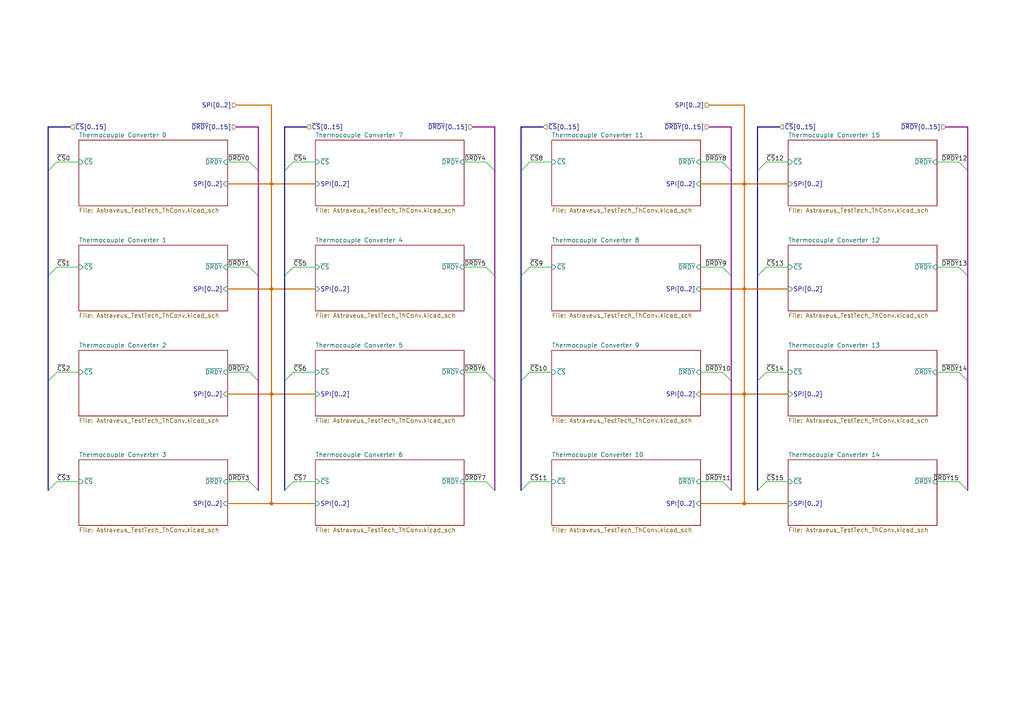
<source format=kicad_sch>
(kicad_sch (version 20211123) (generator eeschema)
  (paper "A4")
  (title_block (title "Cartridge Heater with T-type thermocouples control card") (date "2023-01-13") (rev "0.1") (company "Astraveus") (comment 1 "Author : Mathis Lacombe") (comment 2 "Technical test - job interview 01/13/2023"))
  (lib_symbols)
  (junction (at 78.74 146.05) (color 204 102 0 1))
  (junction (at 78.74 83.82) (color 204 102 0 1))
  (junction (at 215.9 114.3) (color 204 102 0 1))
  (junction (at 78.74 53.34) (color 204 102 0 1))
  (junction (at 215.9 146.05) (color 204 102 0 1))
  (junction (at 215.9 83.82) (color 204 102 0 1))
  (junction (at 215.9 53.34) (color 204 102 0 1))
  (junction (at 78.74 114.3) (color 204 102 0 1))
  (bus_entry (at 143.51 80.01) (size -2.54 -2.54))
  (bus_entry (at 82.55 110.49) (size 2.54 -2.54))
  (bus_entry (at 74.93 110.49) (size -2.54 -2.54))
  (bus_entry (at 212.09 80.01) (size -2.54 -2.54))
  (bus_entry (at 280.67 142.24) (size -2.54 -2.54))
  (bus_entry (at 280.67 110.49) (size -2.54 -2.54))
  (bus_entry (at 74.93 80.01) (size -2.54 -2.54))
  (bus_entry (at 219.71 142.24) (size 2.54 -2.54))
  (bus_entry (at 143.51 142.24) (size -2.54 -2.54))
  (bus_entry (at 13.97 49.53) (size 2.54 -2.54))
  (bus_entry (at 280.67 80.01) (size -2.54 -2.54))
  (bus_entry (at 74.93 142.24) (size -2.54 -2.54))
  (bus_entry (at 212.09 110.49) (size -2.54 -2.54))
  (bus_entry (at 219.71 80.01) (size 2.54 -2.54))
  (bus_entry (at 219.71 49.53) (size 2.54 -2.54))
  (bus_entry (at 143.51 110.49) (size -2.54 -2.54))
  (bus_entry (at 212.09 49.53) (size -2.54 -2.54))
  (bus_entry (at 143.51 49.53) (size -2.54 -2.54))
  (bus_entry (at 151.13 142.24) (size 2.54 -2.54))
  (bus_entry (at 151.13 80.01) (size 2.54 -2.54))
  (bus_entry (at 13.97 110.49) (size 2.54 -2.54))
  (bus_entry (at 280.67 49.53) (size -2.54 -2.54))
  (bus_entry (at 82.55 80.01) (size 2.54 -2.54))
  (bus_entry (at 219.71 110.49) (size 2.54 -2.54))
  (bus_entry (at 13.97 80.01) (size 2.54 -2.54))
  (bus_entry (at 151.13 110.49) (size 2.54 -2.54))
  (bus_entry (at 212.09 142.24) (size -2.54 -2.54))
  (bus_entry (at 82.55 142.24) (size 2.54 -2.54))
  (bus_entry (at 82.55 49.53) (size 2.54 -2.54))
  (bus_entry (at 13.97 142.24) (size 2.54 -2.54))
  (bus_entry (at 74.93 49.53) (size -2.54 -2.54))
  (bus_entry (at 151.13 49.53) (size 2.54 -2.54))
  (bus (pts (xy 143.51 110.49) (xy 143.51 142.24)) (stroke (width 0) (color 132 0 132 1)))
  (bus (pts (xy 215.9 53.34) (xy 228.6 53.34)) (stroke (width 0) (color 204 102 0 1)))
  (bus (pts (xy 280.67 49.53) (xy 280.67 80.01)) (stroke (width 0) (color 132 0 132 1)))
  (bus (pts (xy 74.93 36.83) (xy 74.93 49.53)) (stroke (width 0) (color 132 0 132 1)))
  (wire (pts (xy 153.67 77.47) (xy 160.02 77.47)))
  (bus (pts (xy 143.51 36.83) (xy 143.51 49.53)) (stroke (width 0) (color 132 0 132 1)))
  (wire (pts (xy 16.51 46.99) (xy 22.86 46.99)))
  (wire (pts (xy 72.39 46.99) (xy 66.04 46.99)))
  (bus (pts (xy 78.74 146.05) (xy 91.44 146.05)) (stroke (width 0) (color 204 102 0 1)))
  (bus (pts (xy 78.74 53.34) (xy 78.74 83.82)) (stroke (width 0) (color 204 102 0 1)))
  (wire (pts (xy 209.55 139.7) (xy 203.2 139.7)))
  (bus (pts (xy 215.9 53.34) (xy 215.9 83.82)) (stroke (width 0) (color 204 102 0 1)))
  (bus (pts (xy 212.09 80.01) (xy 212.09 110.49)) (stroke (width 0) (color 132 0 132 1)))
  (bus (pts (xy 13.97 49.53) (xy 13.97 80.01)))
  (wire (pts (xy 153.67 139.7) (xy 160.02 139.7)))
  (bus (pts (xy 82.55 110.49) (xy 82.55 142.24)))
  (bus (pts (xy 82.55 80.01) (xy 82.55 110.49)))
  (wire (pts (xy 278.13 46.99) (xy 271.78 46.99)))
  (bus (pts (xy 215.9 114.3) (xy 228.6 114.3)) (stroke (width 0) (color 204 102 0 1)))
  (wire (pts (xy 85.09 46.99) (xy 91.44 46.99)))
  (bus (pts (xy 88.9 36.83) (xy 82.55 36.83)))
  (bus (pts (xy 219.71 80.01) (xy 219.71 110.49)))
  (bus (pts (xy 215.9 114.3) (xy 215.9 146.05)) (stroke (width 0) (color 204 102 0 1)))
  (bus (pts (xy 143.51 80.01) (xy 143.51 110.49)) (stroke (width 0) (color 132 0 132 1)))
  (wire (pts (xy 153.67 107.95) (xy 160.02 107.95)))
  (wire (pts (xy 209.55 107.95) (xy 203.2 107.95)))
  (bus (pts (xy 219.71 36.83) (xy 219.71 49.53)))
  (wire (pts (xy 72.39 77.47) (xy 66.04 77.47)))
  (bus (pts (xy 151.13 36.83) (xy 151.13 49.53)))
  (bus (pts (xy 203.2 114.3) (xy 215.9 114.3)) (stroke (width 0) (color 204 102 0 1)))
  (bus (pts (xy 66.04 83.82) (xy 78.74 83.82)) (stroke (width 0) (color 204 102 0 1)))
  (wire (pts (xy 85.09 139.7) (xy 91.44 139.7)))
  (wire (pts (xy 72.39 139.7) (xy 66.04 139.7)))
  (bus (pts (xy 203.2 83.82) (xy 215.9 83.82)) (stroke (width 0) (color 204 102 0 1)))
  (bus (pts (xy 66.04 53.34) (xy 78.74 53.34)) (stroke (width 0) (color 204 102 0 1)))
  (wire (pts (xy 140.97 107.95) (xy 134.62 107.95)))
  (bus (pts (xy 78.74 114.3) (xy 91.44 114.3)) (stroke (width 0) (color 204 102 0 1)))
  (bus (pts (xy 215.9 83.82) (xy 215.9 114.3)) (stroke (width 0) (color 204 102 0 1)))
  (wire (pts (xy 222.25 139.7) (xy 228.6 139.7)))
  (bus (pts (xy 280.67 110.49) (xy 280.67 142.24)) (stroke (width 0) (color 132 0 132 1)))
  (wire (pts (xy 72.39 107.95) (xy 66.04 107.95)))
  (bus (pts (xy 66.04 114.3) (xy 78.74 114.3)) (stroke (width 0) (color 204 102 0 1)))
  (bus (pts (xy 219.71 49.53) (xy 219.71 80.01)))
  (bus (pts (xy 274.32 36.83) (xy 280.67 36.83)) (stroke (width 0) (color 132 0 132 1)))
  (bus (pts (xy 143.51 49.53) (xy 143.51 80.01)) (stroke (width 0) (color 132 0 132 1)))
  (wire (pts (xy 140.97 77.47) (xy 134.62 77.47)))
  (bus (pts (xy 151.13 49.53) (xy 151.13 80.01)))
  (bus (pts (xy 226.06 36.83) (xy 219.71 36.83)))
  (bus (pts (xy 205.74 36.83) (xy 212.09 36.83)) (stroke (width 0) (color 132 0 132 1)))
  (wire (pts (xy 85.09 107.95) (xy 91.44 107.95)))
  (bus (pts (xy 215.9 146.05) (xy 228.6 146.05)) (stroke (width 0) (color 204 102 0 1)))
  (bus (pts (xy 212.09 110.49) (xy 212.09 142.24)) (stroke (width 0) (color 132 0 132 1)))
  (bus (pts (xy 13.97 110.49) (xy 13.97 142.24)))
  (bus (pts (xy 13.97 80.01) (xy 13.97 110.49)))
  (wire (pts (xy 209.55 77.47) (xy 203.2 77.47)))
  (wire (pts (xy 222.25 46.99) (xy 228.6 46.99)))
  (wire (pts (xy 140.97 46.99) (xy 134.62 46.99)))
  (bus (pts (xy 151.13 80.01) (xy 151.13 110.49)))
  (bus (pts (xy 66.04 146.05) (xy 78.74 146.05)) (stroke (width 0) (color 204 102 0 1)))
  (bus (pts (xy 68.58 36.83) (xy 74.93 36.83)) (stroke (width 0) (color 132 0 132 1)))
  (bus (pts (xy 74.93 80.01) (xy 74.93 110.49)) (stroke (width 0) (color 132 0 132 1)))
  (wire (pts (xy 209.55 46.99) (xy 203.2 46.99)))
  (bus (pts (xy 280.67 80.01) (xy 280.67 110.49)) (stroke (width 0) (color 132 0 132 1)))
  (wire (pts (xy 85.09 77.47) (xy 91.44 77.47)))
  (wire (pts (xy 278.13 77.47) (xy 271.78 77.47)))
  (wire (pts (xy 16.51 107.95) (xy 22.86 107.95)))
  (wire (pts (xy 16.51 139.7) (xy 22.86 139.7)))
  (bus (pts (xy 151.13 110.49) (xy 151.13 142.24)))
  (bus (pts (xy 20.32 36.83) (xy 13.97 36.83)))
  (bus (pts (xy 137.16 36.83) (xy 143.51 36.83)) (stroke (width 0) (color 132 0 132 1)))
  (bus (pts (xy 215.9 30.48) (xy 205.74 30.48)) (stroke (width 0) (color 204 102 0 1)))
  (wire (pts (xy 153.67 46.99) (xy 160.02 46.99)))
  (bus (pts (xy 78.74 114.3) (xy 78.74 146.05)) (stroke (width 0) (color 204 102 0 1)))
  (wire (pts (xy 16.51 77.47) (xy 22.86 77.47)))
  (bus (pts (xy 78.74 30.48) (xy 68.58 30.48)) (stroke (width 0) (color 204 102 0 1)))
  (bus (pts (xy 74.93 49.53) (xy 74.93 80.01)) (stroke (width 0) (color 132 0 132 1)))
  (wire (pts (xy 278.13 139.7) (xy 271.78 139.7)))
  (bus (pts (xy 215.9 83.82) (xy 228.6 83.82)) (stroke (width 0) (color 204 102 0 1)))
  (bus (pts (xy 212.09 36.83) (xy 212.09 49.53)) (stroke (width 0) (color 132 0 132 1)))
  (wire (pts (xy 278.13 107.95) (xy 271.78 107.95)))
  (bus (pts (xy 280.67 36.83) (xy 280.67 49.53)) (stroke (width 0) (color 132 0 132 1)))
  (bus (pts (xy 78.74 83.82) (xy 91.44 83.82)) (stroke (width 0) (color 204 102 0 1)))
  (bus (pts (xy 212.09 49.53) (xy 212.09 80.01)) (stroke (width 0) (color 132 0 132 1)))
  (bus (pts (xy 157.48 36.83) (xy 151.13 36.83)))
  (bus (pts (xy 215.9 30.48) (xy 215.9 53.34)) (stroke (width 0) (color 204 102 0 1)))
  (bus (pts (xy 78.74 53.34) (xy 91.44 53.34)) (stroke (width 0) (color 204 102 0 1)))
  (bus (pts (xy 78.74 30.48) (xy 78.74 53.34)) (stroke (width 0) (color 204 102 0 1)))
  (wire (pts (xy 140.97 139.7) (xy 134.62 139.7)))
  (bus (pts (xy 13.97 36.83) (xy 13.97 49.53)))
  (wire (pts (xy 222.25 107.95) (xy 228.6 107.95)))
  (wire (pts (xy 222.25 77.47) (xy 228.6 77.47)))
  (bus (pts (xy 219.71 110.49) (xy 219.71 142.24)))
  (bus (pts (xy 203.2 53.34) (xy 215.9 53.34)) (stroke (width 0) (color 204 102 0 1)))
  (bus (pts (xy 82.55 49.53) (xy 82.55 80.01)))
  (bus (pts (xy 78.74 83.82) (xy 78.74 114.3)) (stroke (width 0) (color 204 102 0 1)))
  (bus (pts (xy 74.93 110.49) (xy 74.93 142.24)) (stroke (width 0) (color 132 0 132 1)))
  (bus (pts (xy 82.55 36.83) (xy 82.55 49.53)))
  (bus (pts (xy 203.2 146.05) (xy 215.9 146.05)) (stroke (width 0) (color 204 102 0 1)))
  (label "~{DRDY}14" (at 273.05 107.95 0))
  (label "~{CS}9" (at 153.67 77.47 0))
  (label "~{DRDY}15" (at 278.13 139.7 180))
  (label "~{DRDY}0" (at 72.39 46.99 180))
  (label "~{DRDY}1" (at 72.39 77.47 180))
  (label "~{DRDY}4" (at 140.97 46.99 180))
  (label "~{CS}2" (at 16.51 107.95 0))
  (label "~{DRDY}7" (at 140.97 139.7 180))
  (label "~{CS}5" (at 85.09 77.47 0))
  (label "~{DRDY}13" (at 273.05 77.47 0))
  (label "~{CS}1" (at 16.51 77.47 0))
  (label "~{CS}11" (at 153.67 139.7 0))
  (label "~{CS}7" (at 85.09 139.7 0))
  (label "~{DRDY}12" (at 273.05 46.99 0))
  (label "~{CS}13" (at 222.25 77.47 0))
  (label "~{DRDY}8" (at 204.47 46.99 0))
  (label "~{DRDY}5" (at 140.97 77.47 180))
  (label "~{CS}0" (at 16.51 46.99 0))
  (label "~{CS}8" (at 153.67 46.99 0))
  (label "~{CS}4" (at 85.09 46.99 0))
  (label "~{CS}14" (at 222.25 107.95 0))
  (label "~{CS}3" (at 16.51 139.7 0))
  (label "~{DRDY}2" (at 72.39 107.95 180))
  (label "~{DRDY}11" (at 204.47 139.7 0))
  (label "~{CS}6" (at 85.09 107.95 0))
  (label "~{CS}12" (at 222.25 46.99 0))
  (label "~{DRDY}10" (at 204.47 107.95 0))
  (label "~{DRDY}3" (at 72.39 139.7 180))
  (label "~{CS}15" (at 222.25 139.7 0))
  (label "~{CS}10" (at 153.67 107.95 0))
  (label "~{DRDY}6" (at 140.97 107.95 180))
  (label "~{DRDY}9" (at 204.47 77.47 0))
  (hierarchical_label "~{CS}[0..15]" (shape input) (at 20.32 36.83 0))
  (hierarchical_label "~{DRDY}[0..15]" (shape input) (at 137.16 36.83 180))
  (hierarchical_label "~{CS}[0..15]" (shape input) (at 88.9 36.83 0))
  (hierarchical_label "SPI[0..2]" (shape input) (at 68.58 30.48 180))
  (hierarchical_label "~{DRDY}[0..15]" (shape input) (at 68.58 36.83 180))
  (hierarchical_label "~{DRDY}[0..15]" (shape input) (at 205.74 36.83 180))
  (hierarchical_label "~{DRDY}[0..15]" (shape input) (at 274.32 36.83 180))
  (hierarchical_label "~{CS}[0..15]" (shape input) (at 226.06 36.83 0))
  (hierarchical_label "SPI[0..2]" (shape input) (at 205.74 30.48 180))
  (hierarchical_label "~{CS}[0..15]" (shape input) (at 157.48 36.83 0))
  (sheet (at 22.86 101.6) (size 43.18 19.05) (stroke (width 0.1524))
    (property "Sheet name" "Thermocouple Converter 2" (at 22.86 100.8884 0) (effects (justify left bottom)))
    (property "Sheet file" "Astraveus_TestTech_ThConv.kicad_sch" (at 22.86 121.2346 0) (effects (justify left top)))
    (pin "~{CS}" input (at 22.86 107.95 180))
    (pin "~{DRDY}" input (at 66.04 107.95 0))
    (pin "SPI[0..2]" input (at 66.04 114.3 0))
  )
  (sheet (at 91.44 40.64) (size 43.18 19.05) (stroke (width 0.1524))
    (property "Sheet name" "Thermocouple Converter 7" (at 91.44 39.9284 0) (effects (justify left bottom)))
    (property "Sheet file" "Astraveus_TestTech_ThConv.kicad_sch" (at 91.44 60.2746 0) (effects (justify left top)))
    (pin "~{CS}" input (at 91.44 46.99 180))
    (pin "~{DRDY}" input (at 134.62 46.99 0))
    (pin "SPI[0..2]" input (at 91.44 53.34 180))
  )
  (sheet (at 91.44 71.12) (size 43.18 19.05) (stroke (width 0.1524))
    (property "Sheet name" "Thermocouple Converter 4" (at 91.44 70.4084 0) (effects (justify left bottom)))
    (property "Sheet file" "Astraveus_TestTech_ThConv.kicad_sch" (at 91.44 90.7546 0) (effects (justify left top)))
    (pin "~{CS}" input (at 91.44 77.47 180))
    (pin "~{DRDY}" input (at 134.62 77.47 0))
    (pin "SPI[0..2]" input (at 91.44 83.82 180))
  )
  (sheet (at 22.86 133.35) (size 43.18 19.05) (stroke (width 0.1524))
    (property "Sheet name" "Thermocouple Converter 3" (at 22.86 132.6384 0) (effects (justify left bottom)))
    (property "Sheet file" "Astraveus_TestTech_ThConv.kicad_sch" (at 22.86 152.9846 0) (effects (justify left top)))
    (pin "~{CS}" input (at 22.86 139.7 180))
    (pin "~{DRDY}" input (at 66.04 139.7 0))
    (pin "SPI[0..2]" input (at 66.04 146.05 0))
  )
  (sheet (at 228.6 71.12) (size 43.18 19.05) (stroke (width 0.1524))
    (property "Sheet name" "Thermocouple Converter 12" (at 228.6 70.4084 0) (effects (justify left bottom)))
    (property "Sheet file" "Astraveus_TestTech_ThConv.kicad_sch" (at 228.6 90.7546 0) (effects (justify left top)))
    (pin "~{CS}" input (at 228.6 77.47 180))
    (pin "~{DRDY}" input (at 271.78 77.47 0))
    (pin "SPI[0..2]" input (at 228.6 83.82 180))
  )
  (sheet (at 228.6 40.64) (size 43.18 19.05) (stroke (width 0.1524))
    (property "Sheet name" "Thermocouple Converter 15" (at 228.6 39.9284 0) (effects (justify left bottom)))
    (property "Sheet file" "Astraveus_TestTech_ThConv.kicad_sch" (at 228.6 60.2746 0) (effects (justify left top)))
    (pin "~{CS}" input (at 228.6 46.99 180))
    (pin "~{DRDY}" input (at 271.78 46.99 0))
    (pin "SPI[0..2]" input (at 228.6 53.34 180))
  )
  (sheet (at 91.44 101.6) (size 43.18 19.05) (stroke (width 0.1524))
    (property "Sheet name" "Thermocouple Converter 5" (at 91.44 100.8884 0) (effects (justify left bottom)))
    (property "Sheet file" "Astraveus_TestTech_ThConv.kicad_sch" (at 91.44 121.2346 0) (effects (justify left top)))
    (pin "~{CS}" input (at 91.44 107.95 180))
    (pin "~{DRDY}" input (at 134.62 107.95 0))
    (pin "SPI[0..2]" input (at 91.44 114.3 180))
  )
  (sheet (at 160.02 71.12) (size 43.18 19.05) (stroke (width 0.1524))
    (property "Sheet name" "Thermocouple Converter 8" (at 160.02 70.4084 0) (effects (justify left bottom)))
    (property "Sheet file" "Astraveus_TestTech_ThConv.kicad_sch" (at 160.02 90.7546 0) (effects (justify left top)))
    (pin "~{CS}" input (at 160.02 77.47 180))
    (pin "~{DRDY}" input (at 203.2 77.47 0))
    (pin "SPI[0..2]" input (at 203.2 83.82 0))
  )
  (sheet (at 228.6 101.6) (size 43.18 19.05) (stroke (width 0.1524))
    (property "Sheet name" "Thermocouple Converter 13" (at 228.6 100.8884 0) (effects (justify left bottom)))
    (property "Sheet file" "Astraveus_TestTech_ThConv.kicad_sch" (at 228.6 121.2346 0) (effects (justify left top)))
    (pin "~{CS}" input (at 228.6 107.95 180))
    (pin "~{DRDY}" input (at 271.78 107.95 0))
    (pin "SPI[0..2]" input (at 228.6 114.3 180))
  )
  (sheet (at 91.44 133.35) (size 43.18 19.05) (stroke (width 0.1524))
    (property "Sheet name" "Thermocouple Converter 6" (at 91.44 132.6384 0) (effects (justify left bottom)))
    (property "Sheet file" "Astraveus_TestTech_ThConv.kicad_sch" (at 91.44 152.9846 0) (effects (justify left top)))
    (pin "~{CS}" input (at 91.44 139.7 180))
    (pin "~{DRDY}" input (at 134.62 139.7 0))
    (pin "SPI[0..2]" input (at 91.44 146.05 180))
  )
  (sheet (at 22.86 40.64) (size 43.18 19.05) (stroke (width 0.1524))
    (property "Sheet name" "Thermocouple Converter 0" (at 22.86 39.9284 0) (effects (justify left bottom)))
    (property "Sheet file" "Astraveus_TestTech_ThConv.kicad_sch" (at 22.86 60.2746 0) (effects (justify left top)))
    (pin "~{CS}" input (at 22.86 46.99 180))
    (pin "~{DRDY}" input (at 66.04 46.99 0))
    (pin "SPI[0..2]" input (at 66.04 53.34 0))
  )
  (sheet (at 228.6 133.35) (size 43.18 19.05) (stroke (width 0.1524))
    (property "Sheet name" "Thermocouple Converter 14" (at 228.6 132.6384 0) (effects (justify left bottom)))
    (property "Sheet file" "Astraveus_TestTech_ThConv.kicad_sch" (at 228.6 152.9846 0) (effects (justify left top)))
    (pin "~{CS}" input (at 228.6 139.7 180))
    (pin "~{DRDY}" input (at 271.78 139.7 0))
    (pin "SPI[0..2]" input (at 228.6 146.05 180))
  )
  (sheet (at 160.02 133.35) (size 43.18 19.05) (stroke (width 0.1524))
    (property "Sheet name" "Thermocouple Converter 10" (at 160.02 132.6384 0) (effects (justify left bottom)))
    (property "Sheet file" "Astraveus_TestTech_ThConv.kicad_sch" (at 160.02 152.9846 0) (effects (justify left top)))
    (pin "~{CS}" input (at 160.02 139.7 180))
    (pin "~{DRDY}" input (at 203.2 139.7 0))
    (pin "SPI[0..2]" input (at 203.2 146.05 0))
  )
  (sheet (at 160.02 101.6) (size 43.18 19.05) (stroke (width 0.1524))
    (property "Sheet name" "Thermocouple Converter 9" (at 160.02 100.8884 0) (effects (justify left bottom)))
    (property "Sheet file" "Astraveus_TestTech_ThConv.kicad_sch" (at 160.02 121.2346 0) (effects (justify left top)))
    (pin "~{CS}" input (at 160.02 107.95 180))
    (pin "~{DRDY}" input (at 203.2 107.95 0))
    (pin "SPI[0..2]" input (at 203.2 114.3 0))
  )
  (sheet (at 160.02 40.64) (size 43.18 19.05) (stroke (width 0.1524))
    (property "Sheet name" "Thermocouple Converter 11" (at 160.02 39.9284 0) (effects (justify left bottom)))
    (property "Sheet file" "Astraveus_TestTech_ThConv.kicad_sch" (at 160.02 60.2746 0) (effects (justify left top)))
    (pin "~{CS}" input (at 160.02 46.99 180))
    (pin "~{DRDY}" input (at 203.2 46.99 0))
    (pin "SPI[0..2]" input (at 203.2 53.34 0))
  )
  (sheet (at 22.86 71.12) (size 43.18 19.05) (stroke (width 0.1524))
    (property "Sheet name" "Thermocouple Converter 1" (at 22.86 70.4084 0) (effects (justify left bottom)))
    (property "Sheet file" "Astraveus_TestTech_ThConv.kicad_sch" (at 22.86 90.7546 0) (effects (justify left top)))
    (pin "~{CS}" input (at 22.86 77.47 180))
    (pin "~{DRDY}" input (at 66.04 77.47 0))
    (pin "SPI[0..2]" input (at 66.04 83.82 0))
  )
)
</source>
